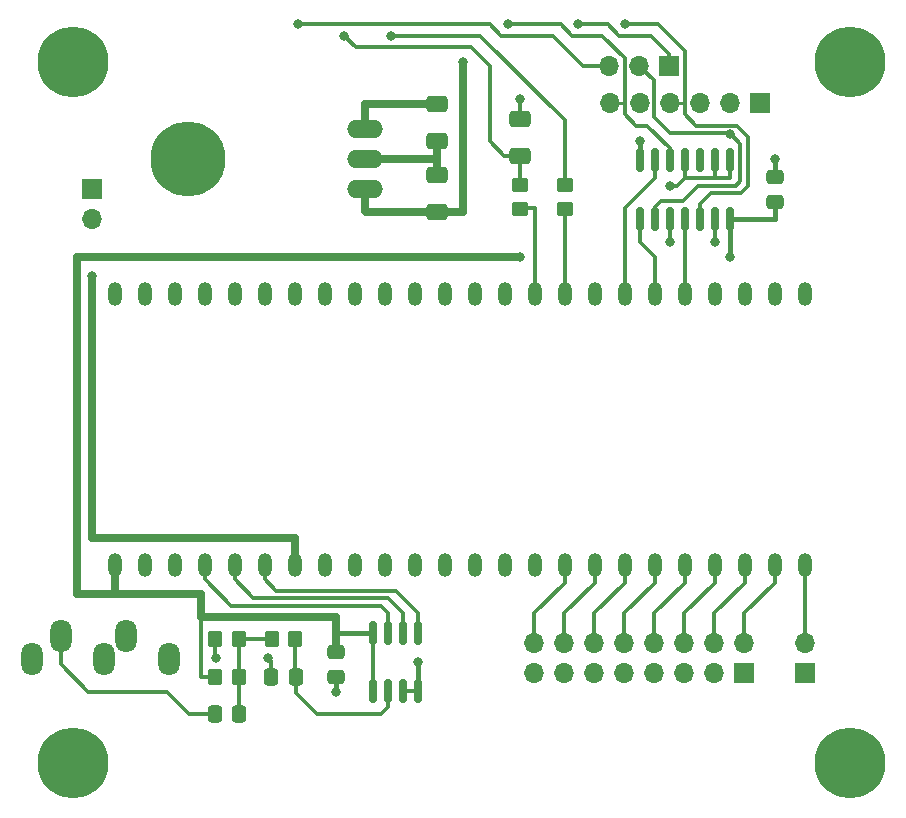
<source format=gbr>
%TF.GenerationSoftware,KiCad,Pcbnew,8.0.2*%
%TF.CreationDate,2024-08-26T06:59:03-04:00*%
%TF.ProjectId,TRS-80-M3-VID2,5452532d-3830-42d4-9d33-2d564944322e,rev?*%
%TF.SameCoordinates,Original*%
%TF.FileFunction,Copper,L1,Top*%
%TF.FilePolarity,Positive*%
%FSLAX46Y46*%
G04 Gerber Fmt 4.6, Leading zero omitted, Abs format (unit mm)*
G04 Created by KiCad (PCBNEW 8.0.2) date 2024-08-26 06:59:03*
%MOMM*%
%LPD*%
G01*
G04 APERTURE LIST*
G04 Aperture macros list*
%AMRoundRect*
0 Rectangle with rounded corners*
0 $1 Rounding radius*
0 $2 $3 $4 $5 $6 $7 $8 $9 X,Y pos of 4 corners*
0 Add a 4 corners polygon primitive as box body*
4,1,4,$2,$3,$4,$5,$6,$7,$8,$9,$2,$3,0*
0 Add four circle primitives for the rounded corners*
1,1,$1+$1,$2,$3*
1,1,$1+$1,$4,$5*
1,1,$1+$1,$6,$7*
1,1,$1+$1,$8,$9*
0 Add four rect primitives between the rounded corners*
20,1,$1+$1,$2,$3,$4,$5,0*
20,1,$1+$1,$4,$5,$6,$7,0*
20,1,$1+$1,$6,$7,$8,$9,0*
20,1,$1+$1,$8,$9,$2,$3,0*%
G04 Aperture macros list end*
%TA.AperFunction,SMDPad,CuDef*%
%ADD10RoundRect,0.250000X-0.650000X0.412500X-0.650000X-0.412500X0.650000X-0.412500X0.650000X0.412500X0*%
%TD*%
%TA.AperFunction,SMDPad,CuDef*%
%ADD11RoundRect,0.250000X-0.350000X-0.450000X0.350000X-0.450000X0.350000X0.450000X-0.350000X0.450000X0*%
%TD*%
%TA.AperFunction,SMDPad,CuDef*%
%ADD12RoundRect,0.150000X-0.150000X0.825000X-0.150000X-0.825000X0.150000X-0.825000X0.150000X0.825000X0*%
%TD*%
%TA.AperFunction,SMDPad,CuDef*%
%ADD13RoundRect,0.250000X0.650000X-0.412500X0.650000X0.412500X-0.650000X0.412500X-0.650000X-0.412500X0*%
%TD*%
%TA.AperFunction,SMDPad,CuDef*%
%ADD14RoundRect,0.250000X0.350000X0.450000X-0.350000X0.450000X-0.350000X-0.450000X0.350000X-0.450000X0*%
%TD*%
%TA.AperFunction,ComponentPad*%
%ADD15C,0.800000*%
%TD*%
%TA.AperFunction,ComponentPad*%
%ADD16C,6.000000*%
%TD*%
%TA.AperFunction,SMDPad,CuDef*%
%ADD17RoundRect,0.250000X-0.475000X0.337500X-0.475000X-0.337500X0.475000X-0.337500X0.475000X0.337500X0*%
%TD*%
%TA.AperFunction,SMDPad,CuDef*%
%ADD18RoundRect,0.250000X0.337500X0.475000X-0.337500X0.475000X-0.337500X-0.475000X0.337500X-0.475000X0*%
%TD*%
%TA.AperFunction,SMDPad,CuDef*%
%ADD19RoundRect,0.250000X0.450000X-0.350000X0.450000X0.350000X-0.450000X0.350000X-0.450000X-0.350000X0*%
%TD*%
%TA.AperFunction,ComponentPad*%
%ADD20O,1.800000X2.800000*%
%TD*%
%TA.AperFunction,SMDPad,CuDef*%
%ADD21RoundRect,0.150000X0.150000X-0.825000X0.150000X0.825000X-0.150000X0.825000X-0.150000X-0.825000X0*%
%TD*%
%TA.AperFunction,ComponentPad*%
%ADD22R,1.700000X1.700000*%
%TD*%
%TA.AperFunction,ComponentPad*%
%ADD23O,1.700000X1.700000*%
%TD*%
%TA.AperFunction,ComponentPad*%
%ADD24C,6.350000*%
%TD*%
%TA.AperFunction,ComponentPad*%
%ADD25O,3.048000X1.524000*%
%TD*%
%TA.AperFunction,SMDPad,CuDef*%
%ADD26RoundRect,0.250000X0.475000X-0.337500X0.475000X0.337500X-0.475000X0.337500X-0.475000X-0.337500X0*%
%TD*%
%TA.AperFunction,ComponentPad*%
%ADD27O,1.200000X2.000000*%
%TD*%
%TA.AperFunction,ViaPad*%
%ADD28C,0.800000*%
%TD*%
%TA.AperFunction,Conductor*%
%ADD29C,0.635000*%
%TD*%
%TA.AperFunction,Conductor*%
%ADD30C,0.304800*%
%TD*%
%TA.AperFunction,Conductor*%
%ADD31C,0.381000*%
%TD*%
%TA.AperFunction,Conductor*%
%ADD32C,0.250000*%
%TD*%
G04 APERTURE END LIST*
D10*
%TO.P,C3,1*%
%TO.N,+5V*%
X130810000Y-52755000D03*
%TO.P,C3,2*%
%TO.N,GND*%
X130810000Y-55880000D03*
%TD*%
D11*
%TO.P,R8,1*%
%TO.N,+3V3*%
X112030000Y-101282500D03*
%TO.P,R8,2*%
%TO.N,Net-(C5-Pad1)*%
X114030000Y-101282500D03*
%TD*%
D12*
%TO.P,U2,1*%
%TO.N,GND*%
X155575000Y-57565000D03*
%TO.P,U2,2*%
X154305000Y-57565000D03*
%TO.P,U2,3*%
%TO.N,unconnected-(U2-Pad3)*%
X153035000Y-57565000D03*
%TO.P,U2,4*%
%TO.N,GND*%
X151765000Y-57565000D03*
%TO.P,U2,5*%
%TO.N,HSYNC*%
X150495000Y-57565000D03*
%TO.P,U2,6*%
%TO.N,HSYNCX*%
X149225000Y-57565000D03*
%TO.P,U2,7,GND*%
%TO.N,GND*%
X147955000Y-57565000D03*
%TO.P,U2,8*%
%TO.N,VIDEOX*%
X147955000Y-62515000D03*
%TO.P,U2,9*%
%TO.N,Net-(J6-Pin_2)*%
X149225000Y-62515000D03*
%TO.P,U2,10*%
%TO.N,GND*%
X150495000Y-62515000D03*
%TO.P,U2,11*%
%TO.N,VSYNCX*%
X151765000Y-62515000D03*
%TO.P,U2,12*%
%TO.N,VSYNC*%
X153035000Y-62515000D03*
%TO.P,U2,13*%
%TO.N,GND*%
X154305000Y-62515000D03*
%TO.P,U2,14,VCC*%
%TO.N,+3V3*%
X155575000Y-62515000D03*
%TD*%
D13*
%TO.P,C4,1*%
%TO.N,WIPER*%
X137795000Y-57157500D03*
%TO.P,C4,2*%
%TO.N,GND*%
X137795000Y-54032500D03*
%TD*%
D14*
%TO.P,R9,1*%
%TO.N,Net-(C5-Pad1)*%
X114030000Y-98107500D03*
%TO.P,R9,2*%
%TO.N,GND*%
X112030000Y-98107500D03*
%TD*%
D15*
%TO.P,H3,1*%
%TO.N,N/C*%
X163485000Y-108585000D03*
X164144010Y-106994010D03*
X164144010Y-110175990D03*
X165735000Y-106335000D03*
D16*
X165735000Y-108585000D03*
D15*
X165735000Y-110835000D03*
X167325990Y-106994010D03*
X167325990Y-110175990D03*
X167985000Y-108585000D03*
%TD*%
D17*
%TO.P,C2,1*%
%TO.N,GND*%
X159385000Y-58970000D03*
%TO.P,C2,2*%
%TO.N,+3V3*%
X159385000Y-61045000D03*
%TD*%
D18*
%TO.P,C5,1*%
%TO.N,Net-(C5-Pad1)*%
X114067500Y-104457500D03*
%TO.P,C5,2*%
%TO.N,Net-(C5-Pad2)*%
X111992500Y-104457500D03*
%TD*%
D19*
%TO.P,R7,1*%
%TO.N,Net-(R7-Pad1)*%
X137795000Y-61675000D03*
%TO.P,R7,2*%
%TO.N,WIPER*%
X137795000Y-59675000D03*
%TD*%
D20*
%TO.P,J8,R*%
%TO.N,unconnected-(J8-PadR)*%
X104430000Y-97795000D03*
%TO.P,J8,RN*%
%TO.N,N/C*%
X102630000Y-99795000D03*
%TO.P,J8,S*%
%TO.N,GND*%
X96530000Y-99795000D03*
%TO.P,J8,T*%
%TO.N,Net-(C5-Pad2)*%
X98930000Y-97795000D03*
%TO.P,J8,TN*%
%TO.N,N/C*%
X108130000Y-99795000D03*
%TD*%
D14*
%TO.P,R10,1*%
%TO.N,Net-(U4-IN+)*%
X118792500Y-98107500D03*
%TO.P,R10,2*%
%TO.N,Net-(C5-Pad1)*%
X116792500Y-98107500D03*
%TD*%
D21*
%TO.P,U4,1,Vref*%
%TO.N,+3V3*%
X125412500Y-102487500D03*
%TO.P,U4,2,IN+*%
%TO.N,Net-(U4-IN+)*%
X126682500Y-102487500D03*
%TO.P,U4,3,IN-*%
%TO.N,GND*%
X127952500Y-102487500D03*
%TO.P,U4,4,Vss*%
X129222500Y-102487500D03*
%TO.P,U4,5,~{CS}/SHDN*%
%TO.N,ADC_CS*%
X129222500Y-97537500D03*
%TO.P,U4,6,Dout*%
%TO.N,ADC_DTA*%
X127952500Y-97537500D03*
%TO.P,U4,7,CLK*%
%TO.N,ADC_CLK*%
X126682500Y-97537500D03*
%TO.P,U4,8,Vdd*%
%TO.N,+3V3*%
X125412500Y-97537500D03*
%TD*%
D22*
%TO.P,J3,1,Pin_1*%
%TO.N,GND*%
X161925000Y-100950010D03*
D23*
%TO.P,J3,2,Pin_2*%
%TO.N,Net-(J3-Pin_2)*%
X161925000Y-98410010D03*
%TD*%
D22*
%TO.P,J4,1,Pin_1*%
%TO.N,GND*%
X156830000Y-100965010D03*
D23*
%TO.P,J4,2,Pin_2*%
%TO.N,Net-(J4-Pin_2)*%
X156830000Y-98425010D03*
%TO.P,J4,3,Pin_3*%
%TO.N,GND*%
X154290000Y-100965010D03*
%TO.P,J4,4,Pin_4*%
%TO.N,Net-(J4-Pin_4)*%
X154290000Y-98425010D03*
%TO.P,J4,5,Pin_5*%
%TO.N,GND*%
X151750000Y-100965010D03*
%TO.P,J4,6,Pin_6*%
%TO.N,Net-(J4-Pin_6)*%
X151750000Y-98425010D03*
%TO.P,J4,7,Pin_7*%
%TO.N,GND*%
X149210000Y-100965010D03*
%TO.P,J4,8,Pin_8*%
%TO.N,Net-(J4-Pin_8)*%
X149210000Y-98425010D03*
%TO.P,J4,9,Pin_9*%
%TO.N,GND*%
X146670000Y-100965010D03*
%TO.P,J4,10,Pin_10*%
%TO.N,Net-(J4-Pin_10)*%
X146670000Y-98425010D03*
%TO.P,J4,11,Pin_11*%
%TO.N,GND*%
X144130000Y-100965010D03*
%TO.P,J4,12,Pin_12*%
%TO.N,Net-(J4-Pin_12)*%
X144130000Y-98425010D03*
%TO.P,J4,13,Pin_13*%
%TO.N,GND*%
X141590000Y-100965010D03*
%TO.P,J4,14,Pin_14*%
%TO.N,Net-(J4-Pin_14)*%
X141590000Y-98425010D03*
%TO.P,J4,15,Pin_15*%
%TO.N,GND*%
X139050000Y-100965010D03*
%TO.P,J4,16,Pin_16*%
%TO.N,Net-(J4-Pin_16)*%
X139050000Y-98425010D03*
%TD*%
D18*
%TO.P,C6,1*%
%TO.N,Net-(U4-IN+)*%
X118830000Y-101282500D03*
%TO.P,C6,2*%
%TO.N,GND*%
X116755000Y-101282500D03*
%TD*%
D15*
%TO.P,H1,1*%
%TO.N,N/C*%
X97765990Y-49215990D03*
X98425000Y-47625000D03*
X98425000Y-50806980D03*
X100015990Y-46965990D03*
D16*
X100015990Y-49215990D03*
D15*
X100015990Y-51465990D03*
X101606980Y-47625000D03*
X101606980Y-50806980D03*
X102265990Y-49215990D03*
%TD*%
D13*
%TO.P,C1,1*%
%TO.N,+12V*%
X130810000Y-61887500D03*
%TO.P,C1,2*%
%TO.N,GND*%
X130810000Y-58762500D03*
%TD*%
D22*
%TO.P,J7,1,Pin_1*%
%TO.N,VIDEO*%
X150480000Y-49530000D03*
D23*
%TO.P,J7,2,Pin_2*%
%TO.N,Net-(J6-Pin_2)*%
X147940000Y-49530000D03*
%TO.P,J7,3,Pin_3*%
%TO.N,VIDEO2*%
X145400000Y-49530000D03*
%TD*%
D19*
%TO.P,R6,1*%
%TO.N,Net-(R6-Pad1)*%
X141605000Y-61675000D03*
%TO.P,R6,2*%
%TO.N,POT*%
X141605000Y-59675000D03*
%TD*%
D15*
%TO.P,H2,1*%
%TO.N,N/C*%
X163485000Y-49212500D03*
X164144010Y-47621510D03*
X164144010Y-50803490D03*
X165735000Y-46962500D03*
D16*
X165735000Y-49212500D03*
D15*
X165735000Y-51462500D03*
X167325990Y-47621510D03*
X167325990Y-50803490D03*
X167985000Y-49212500D03*
%TD*%
D24*
%TO.P,U3,*%
%TO.N,*%
X109728000Y-57467500D03*
D25*
%TO.P,U3,GND*%
%TO.N,GND*%
X124714000Y-57467500D03*
%TO.P,U3,IN*%
%TO.N,+12V*%
X124714000Y-60007500D03*
%TO.P,U3,OUT*%
%TO.N,+5V*%
X124714000Y-54927500D03*
%TD*%
D15*
%TO.P,H4,1*%
%TO.N,N/C*%
X97762500Y-108585000D03*
X98421510Y-106994010D03*
X98421510Y-110175990D03*
X100012500Y-106335000D03*
D16*
X100012500Y-108585000D03*
D15*
X100012500Y-110835000D03*
X101603490Y-106994010D03*
X101603490Y-110175990D03*
X102262500Y-108585000D03*
%TD*%
D22*
%TO.P,J6,1,Pin_1*%
%TO.N,GND*%
X158115000Y-52705000D03*
D23*
%TO.P,J6,2,Pin_2*%
%TO.N,Net-(J6-Pin_2)*%
X155575000Y-52705000D03*
%TO.P,J6,3,Pin_3*%
%TO.N,GND*%
X153035000Y-52705000D03*
%TO.P,J6,4,Pin_4*%
%TO.N,VSYNC*%
X150495000Y-52705000D03*
%TO.P,J6,5,Pin_5*%
%TO.N,GND*%
X147955000Y-52705000D03*
%TO.P,J6,6,Pin_6*%
%TO.N,HSYNC*%
X145415000Y-52705000D03*
%TD*%
D26*
%TO.P,C7,1*%
%TO.N,GND*%
X122237500Y-101282500D03*
%TO.P,C7,2*%
%TO.N,+3V3*%
X122237500Y-99207500D03*
%TD*%
D22*
%TO.P,J5,1,Pin_1*%
%TO.N,+5V*%
X101600000Y-60002500D03*
D23*
%TO.P,J5,2,Pin_2*%
%TO.N,Net-(J5-Pin_2)*%
X101600000Y-62542500D03*
%TD*%
D27*
%TO.P,U1,1,Pad_38*%
%TO.N,unconnected-(U1-Pad_38-Pad1)*%
X161925000Y-68877500D03*
%TO.P,U1,2,Pad_37*%
%TO.N,unconnected-(U1-Pad_37-Pad2)*%
X159385000Y-68877500D03*
%TO.P,U1,3,Pad_36*%
%TO.N,unconnected-(U1-Pad_36-Pad3)*%
X156845000Y-68877500D03*
%TO.P,U1,4,Pad_39*%
%TO.N,unconnected-(U1-Pad_39-Pad4)*%
X154305000Y-68877500D03*
%TO.P,U1,5,Pad_25*%
%TO.N,VSYNCX*%
X151765000Y-68877500D03*
%TO.P,U1,6,Pad_26*%
%TO.N,VIDEOX*%
X149225000Y-68877500D03*
%TO.P,U1,7,Pad_27*%
%TO.N,HSYNCX*%
X146685000Y-68877500D03*
%TO.P,U1,8,Pad_28*%
%TO.N,unconnected-(U1-Pad_28-Pad8)*%
X144145000Y-68877500D03*
%TO.P,U1,9,Pad_29*%
%TO.N,Net-(R6-Pad1)*%
X141605000Y-68877500D03*
%TO.P,U1,10,Pad_30*%
%TO.N,Net-(R7-Pad1)*%
X139065000Y-68877500D03*
%TO.P,U1,11,Pad_33*%
%TO.N,unconnected-(U1-Pad_33-Pad11)*%
X136525000Y-68877500D03*
%TO.P,U1,12,Pad_34*%
%TO.N,unconnected-(U1-Pad_34-Pad12)*%
X133985000Y-68877500D03*
%TO.P,U1,13,Pad_40*%
%TO.N,unconnected-(U1-Pad_40-Pad13)*%
X131445000Y-68877500D03*
%TO.P,U1,14,Pad_35*%
%TO.N,unconnected-(U1-Pad_35-Pad14)*%
X128905000Y-68877500D03*
%TO.P,U1,15,Pad_41*%
%TO.N,unconnected-(U1-Pad_41-Pad15)*%
X126365000Y-68877500D03*
%TO.P,U1,16,Pad_42*%
%TO.N,unconnected-(U1-Pad_42-Pad16)*%
X123825000Y-68877500D03*
%TO.P,U1,17,Pad_51*%
%TO.N,unconnected-(U1-Pad_51-Pad17)*%
X121285000Y-68877500D03*
%TO.P,U1,18,Pad_53*%
%TO.N,unconnected-(U1-Pad_53-Pad18)*%
X118745000Y-68877500D03*
%TO.P,U1,19,Pad_54*%
%TO.N,unconnected-(U1-Pad_54-Pad19)*%
X116205000Y-68877500D03*
%TO.P,U1,20,Pad_55*%
%TO.N,unconnected-(U1-Pad_55-Pad20)*%
X113665000Y-68877500D03*
%TO.P,U1,21,Pad_56*%
%TO.N,unconnected-(U1-Pad_56-Pad21)*%
X111125000Y-68877500D03*
%TO.P,U1,22,Pad_57*%
%TO.N,VGA_VSYNC*%
X108585000Y-68877500D03*
%TO.P,U1,23,Pad_68*%
%TO.N,unconnected-(U1-Pad_68-Pad23)*%
X106045000Y-68877500D03*
%TO.P,U1,24,Pad_69*%
%TO.N,unconnected-(U1-Pad_69-Pad24)*%
X103505000Y-68877500D03*
%TO.P,U1,25,3V3*%
%TO.N,+3V3*%
X103505000Y-91777500D03*
%TO.P,U1,26,GND*%
%TO.N,GND*%
X106045000Y-91777500D03*
%TO.P,U1,27,Pad_32*%
%TO.N,VGA_HSYNC*%
X108585000Y-91777500D03*
%TO.P,U1,28,Pad_31*%
%TO.N,ADC_CLK*%
X111125000Y-91777500D03*
%TO.P,U1,29,Pad_49*%
%TO.N,ADC_DTA*%
X113665000Y-91777500D03*
%TO.P,U1,30,Pad_48*%
%TO.N,ADC_CS*%
X116205000Y-91777500D03*
%TO.P,U1,31,5V*%
%TO.N,Net-(J5-Pin_2)*%
X118745000Y-91777500D03*
%TO.P,U1,32,Pad_70*%
%TO.N,unconnected-(U1-Pad_70-Pad32)*%
X121285000Y-91777500D03*
%TO.P,U1,33,Pad_71*%
%TO.N,unconnected-(U1-Pad_71-Pad33)*%
X123825000Y-91777500D03*
%TO.P,U1,34,Pad_72*%
%TO.N,unconnected-(U1-Pad_72-Pad34)*%
X126365000Y-91777500D03*
%TO.P,U1,35,Pad_73*%
%TO.N,unconnected-(U1-Pad_73-Pad35)*%
X128905000Y-91777500D03*
%TO.P,U1,36,Pad_74*%
%TO.N,unconnected-(U1-Pad_74-Pad36)*%
X131445000Y-91777500D03*
%TO.P,U1,37,Pad_75*%
%TO.N,unconnected-(U1-Pad_75-Pad37)*%
X133985000Y-91777500D03*
%TO.P,U1,38,Pad_76*%
%TO.N,unconnected-(U1-Pad_76-Pad38)*%
X136525000Y-91777500D03*
%TO.P,U1,39,Pad_77*%
%TO.N,unconnected-(U1-Pad_77-Pad39)*%
X139065000Y-91777500D03*
%TO.P,U1,40,Pad_79*%
%TO.N,Net-(J4-Pin_16)*%
X141605000Y-91777500D03*
%TO.P,U1,41,Pad_80*%
%TO.N,Net-(J4-Pin_14)*%
X144145000Y-91777500D03*
%TO.P,U1,42,Pad_81*%
%TO.N,Net-(J4-Pin_12)*%
X146685000Y-91777500D03*
%TO.P,U1,43,Pad_82*%
%TO.N,Net-(J4-Pin_10)*%
X149225000Y-91777500D03*
%TO.P,U1,44,Pad_83*%
%TO.N,Net-(J4-Pin_8)*%
X151765000Y-91777500D03*
%TO.P,U1,45,Pad_84*%
%TO.N,Net-(J4-Pin_6)*%
X154305000Y-91777500D03*
%TO.P,U1,46,Pad_85*%
%TO.N,Net-(J4-Pin_4)*%
X156845000Y-91777500D03*
%TO.P,U1,47,Pad_86*%
%TO.N,Net-(J4-Pin_2)*%
X159385000Y-91777500D03*
%TO.P,U1,48,Pad_63*%
%TO.N,Net-(J3-Pin_2)*%
X161925000Y-91777500D03*
%TD*%
D28*
%TO.N,GND*%
X112077500Y-99695000D03*
X147955000Y-55880000D03*
X150495000Y-64452500D03*
X122237500Y-102552500D03*
X154305000Y-64452500D03*
X129222500Y-100012500D03*
X150495000Y-59690000D03*
X159385000Y-57467500D03*
X137795000Y-52387500D03*
X116522500Y-99695000D03*
%TO.N,+3V3*%
X155575000Y-65755000D03*
X137795000Y-65722500D03*
%TO.N,Net-(J5-Pin_2)*%
X101600000Y-67310000D03*
%TO.N,VIDEO2*%
X119005350Y-45980350D03*
%TO.N,Net-(J6-Pin_2)*%
X155575000Y-55362400D03*
%TO.N,VSYNC*%
X146742150Y-46037500D03*
%TO.N,VIDEO*%
X142779750Y-46037500D03*
%TO.N,HSYNC*%
X136842500Y-46037500D03*
%TO.N,+12V*%
X133032500Y-49212500D03*
%TO.N,WIPER*%
X122967750Y-46990000D03*
%TO.N,POT*%
X126930150Y-46990000D03*
%TD*%
D29*
%TO.N,+5V*%
X124714000Y-54927500D02*
X124714000Y-52755013D01*
X124714000Y-52755013D02*
X130810000Y-52755013D01*
D30*
%TO.N,GND*%
X151765000Y-59055000D02*
X151130000Y-59690000D01*
D29*
X130810000Y-55880000D02*
X130810000Y-57467500D01*
D30*
X154305000Y-59055000D02*
X151765000Y-59055000D01*
D31*
X147955000Y-57565000D02*
X147955000Y-55880000D01*
D30*
X129222500Y-102487500D02*
X127952500Y-102487500D01*
X151765000Y-59055000D02*
X151765000Y-57565000D01*
X112030000Y-99647500D02*
X112077500Y-99695000D01*
X116755000Y-99927500D02*
X116522500Y-99695000D01*
D29*
X124714000Y-57467500D02*
X130810000Y-57467500D01*
D30*
X151130000Y-59690000D02*
X150495000Y-59690000D01*
D31*
X159385000Y-58970000D02*
X159385000Y-57467500D01*
D30*
X154305000Y-57565000D02*
X154305000Y-59055000D01*
X155575000Y-59055000D02*
X154305000Y-59055000D01*
X116755000Y-101282500D02*
X116755000Y-99927500D01*
X154305000Y-62515000D02*
X154305000Y-64452500D01*
D29*
X130810000Y-57467500D02*
X130810000Y-58762494D01*
D30*
X112030000Y-98107500D02*
X112030000Y-99647500D01*
D31*
X122237500Y-101282500D02*
X122237500Y-102552500D01*
D30*
X137795000Y-54032500D02*
X137795000Y-52387500D01*
X150495000Y-62515000D02*
X150495000Y-64452500D01*
D31*
X129222500Y-102487500D02*
X129222500Y-100012500D01*
D30*
X155575000Y-57565000D02*
X155575000Y-59055000D01*
D31*
%TO.N,+3V3*%
X159352500Y-62515000D02*
X159385000Y-62482500D01*
X159385000Y-62482500D02*
X159385000Y-61045000D01*
D29*
X103505000Y-94297500D02*
X110807500Y-94297500D01*
D31*
X155575000Y-62515000D02*
X155575000Y-65755000D01*
D29*
X122237500Y-96202500D02*
X122237500Y-97472500D01*
X100330000Y-65722500D02*
X137795000Y-65722500D01*
X100330000Y-94297500D02*
X103505000Y-94297500D01*
X110807500Y-94297500D02*
X110807500Y-96202500D01*
X110807500Y-96202500D02*
X122237500Y-96202500D01*
X103505000Y-91777500D02*
X103505000Y-94297500D01*
D30*
X110807500Y-101282500D02*
X110807500Y-96202500D01*
D29*
X100330000Y-65722500D02*
X100330000Y-94297500D01*
D31*
X155575000Y-62515000D02*
X159352500Y-62515000D01*
X125412500Y-97537500D02*
X122302500Y-97537500D01*
D30*
X125412500Y-102487500D02*
X125412500Y-97537500D01*
X122302500Y-97537500D02*
X122237500Y-97472500D01*
X112030000Y-101282500D02*
X110807500Y-101282500D01*
D29*
X122237500Y-97472500D02*
X122237500Y-99207500D01*
D30*
%TO.N,Net-(C5-Pad1)*%
X114067500Y-104457500D02*
X114067500Y-101320000D01*
X114030000Y-101282500D02*
X114030000Y-98107500D01*
X114067500Y-101320000D02*
X114030000Y-101282500D01*
X114030000Y-98107500D02*
X116792500Y-98107500D01*
%TO.N,Net-(C5-Pad2)*%
X98930000Y-100200000D02*
X101282500Y-102552500D01*
X101282500Y-102552500D02*
X107907500Y-102552500D01*
X107907500Y-102552500D02*
X109812500Y-104457500D01*
X109812500Y-104457500D02*
X111992500Y-104457500D01*
X98930000Y-97795000D02*
X98930000Y-100200000D01*
%TO.N,Net-(U4-IN+)*%
X126682500Y-103822500D02*
X126682500Y-102487500D01*
X118792500Y-98107500D02*
X118792500Y-101245000D01*
X118792500Y-101245000D02*
X118830000Y-101282500D01*
X118830000Y-102637500D02*
X120650000Y-104457500D01*
X126047500Y-104457500D02*
X126682500Y-103822500D01*
X118830000Y-101282500D02*
X118830000Y-102637500D01*
X120650000Y-104457500D02*
X126047500Y-104457500D01*
%TO.N,Net-(J3-Pin_2)*%
X161925000Y-91777490D02*
X161925000Y-98410010D01*
%TO.N,Net-(J4-Pin_16)*%
X141605000Y-91777490D02*
X141605000Y-93345000D01*
X139049989Y-95880021D02*
X139049989Y-98425000D01*
X141605000Y-93345000D02*
X139049989Y-95900011D01*
%TO.N,Net-(J4-Pin_12)*%
X146685000Y-91777490D02*
X146685000Y-93345000D01*
X144129989Y-95880021D02*
X144129989Y-98425000D01*
X146685000Y-93345000D02*
X144129989Y-95900011D01*
%TO.N,Net-(J4-Pin_4)*%
X156845000Y-93345000D02*
X154289989Y-95900011D01*
X154289989Y-95880021D02*
X154289989Y-98425000D01*
X156845000Y-91777490D02*
X156845000Y-93345000D01*
%TO.N,Net-(J4-Pin_14)*%
X144145000Y-91777490D02*
X144145000Y-93345000D01*
X144145000Y-93345000D02*
X141589989Y-95900011D01*
X141589989Y-95880021D02*
X141589989Y-98425000D01*
%TO.N,Net-(J4-Pin_2)*%
X159385000Y-93345000D02*
X156829989Y-95900011D01*
X156829989Y-95880021D02*
X156829989Y-98425000D01*
X159385000Y-91777490D02*
X159385000Y-93345000D01*
%TO.N,Net-(J4-Pin_10)*%
X149225000Y-93345000D02*
X146669989Y-95900011D01*
X146669989Y-95880021D02*
X146669989Y-98425000D01*
X149225000Y-91777490D02*
X149225000Y-93345000D01*
%TO.N,Net-(J4-Pin_8)*%
X149209989Y-95880021D02*
X149209989Y-98425000D01*
X151765000Y-91777490D02*
X151765000Y-93345000D01*
X151765000Y-93345000D02*
X149209989Y-95900011D01*
%TO.N,Net-(J4-Pin_6)*%
X154305000Y-93345000D02*
X151749989Y-95900011D01*
X154305000Y-91777490D02*
X154305000Y-93345000D01*
X151749989Y-95880021D02*
X151749989Y-98425000D01*
D29*
%TO.N,Net-(J5-Pin_2)*%
X101600000Y-67310000D02*
X101600000Y-89535000D01*
X118745000Y-89535000D02*
X118745000Y-91777490D01*
X101600000Y-89535000D02*
X118745000Y-89535000D01*
D30*
%TO.N,VIDEO2*%
X136207500Y-46990000D02*
X140652500Y-46990000D01*
X135255000Y-46037500D02*
X136207500Y-46990000D01*
X143192500Y-49530000D02*
X145400000Y-49530000D01*
X119005350Y-45980350D02*
X135255000Y-45980350D01*
X140652500Y-46990000D02*
X143192500Y-49530000D01*
%TO.N,Net-(J6-Pin_2)*%
X155575000Y-55362400D02*
X155692400Y-55362400D01*
X156488052Y-59333052D02*
X156131104Y-59690000D01*
X149157400Y-53907400D02*
X149157400Y-50747400D01*
X150495000Y-55245000D02*
X149157400Y-53907400D01*
X156131104Y-59690000D02*
X152895974Y-59690000D01*
X149805001Y-60960000D02*
X149225000Y-61540001D01*
X149157400Y-50747400D02*
X147940000Y-49530000D01*
X156488052Y-56158052D02*
X156488052Y-59333052D01*
X155575000Y-55362400D02*
X155457600Y-55245000D01*
X155692400Y-55362400D02*
X156488052Y-56158052D01*
X155457600Y-55245000D02*
X150495000Y-55245000D01*
X149225000Y-61540001D02*
X149225000Y-62515000D01*
X151625974Y-60960000D02*
X149805001Y-60960000D01*
X152895974Y-59690000D02*
X151625974Y-60960000D01*
%TO.N,ADC_CLK*%
X113347500Y-95250000D02*
X126047500Y-95250000D01*
X111125000Y-91777500D02*
X111125000Y-93027500D01*
X126047500Y-95250000D02*
X126682500Y-95885000D01*
X111125000Y-93027500D02*
X113347500Y-95250000D01*
X126682500Y-95885000D02*
X126682500Y-97537500D01*
%TO.N,VSYNC*%
X157162500Y-59690000D02*
X156527500Y-60325000D01*
X151765000Y-52705000D02*
X151765000Y-53657500D01*
D32*
X150495000Y-52705000D02*
X151765000Y-52705000D01*
D30*
X151765000Y-48260000D02*
X151765000Y-52705000D01*
X153035000Y-61277500D02*
X153035000Y-62515000D01*
X153987500Y-60325000D02*
X153035000Y-61277500D01*
X156210000Y-54610000D02*
X157162500Y-55562500D01*
X151765000Y-53657500D02*
X152717500Y-54610000D01*
X152717500Y-54610000D02*
X156210000Y-54610000D01*
X146742150Y-46037500D02*
X149542500Y-46037500D01*
X156527500Y-60325000D02*
X153987500Y-60325000D01*
X149542500Y-46037500D02*
X151765000Y-48260000D01*
X157162500Y-55562500D02*
X157162500Y-59690000D01*
%TO.N,VIDEO*%
X145242821Y-46037500D02*
X146195321Y-46990000D01*
X148907500Y-46990000D02*
X150480000Y-48562500D01*
X142779750Y-46037500D02*
X145242821Y-46037500D01*
X150480000Y-48562500D02*
X150480000Y-49530000D01*
X146195321Y-46990000D02*
X148907500Y-46990000D01*
%TO.N,HSYNC*%
X141287500Y-46037500D02*
X142240000Y-46990000D01*
X146685000Y-53657500D02*
X147637500Y-54610000D01*
X150495000Y-56515000D02*
X150495000Y-57565000D01*
X146685000Y-48895000D02*
X146685000Y-52705000D01*
D32*
X145415000Y-52705000D02*
X146685000Y-52705000D01*
D30*
X144780000Y-46990000D02*
X146685000Y-48895000D01*
X148590000Y-54610000D02*
X150495000Y-56515000D01*
X147637500Y-54610000D02*
X148590000Y-54610000D01*
X142240000Y-46990000D02*
X144780000Y-46990000D01*
X146685000Y-52705000D02*
X146685000Y-53657500D01*
X136842500Y-46037500D02*
X141287500Y-46037500D01*
%TO.N,HSYNCX*%
X149225000Y-57565000D02*
X149225000Y-59055000D01*
X146685000Y-61595000D02*
X146685000Y-68877500D01*
X149225000Y-59055000D02*
X146685000Y-61595000D01*
%TO.N,VIDEOX*%
X147955000Y-62515000D02*
X147955000Y-64452500D01*
X147955000Y-64452500D02*
X149225000Y-65722500D01*
X149225000Y-65722500D02*
X149225000Y-68877500D01*
%TO.N,VSYNCX*%
X151765000Y-62515000D02*
X151765000Y-68877500D01*
%TO.N,ADC_DTA*%
X115252500Y-94615000D02*
X126682500Y-94615000D01*
X113665000Y-93027500D02*
X115252500Y-94615000D01*
X127952500Y-95885000D02*
X127952500Y-97537500D01*
X126682500Y-94615000D02*
X127952500Y-95885000D01*
X113665000Y-91777500D02*
X113665000Y-93027500D01*
D29*
%TO.N,+12V*%
X124777500Y-61912500D02*
X130785006Y-61912500D01*
X124714000Y-61849000D02*
X124777500Y-61912500D01*
X133032500Y-61887506D02*
X130810000Y-61887506D01*
X124714000Y-60007500D02*
X124714000Y-61849000D01*
X133032500Y-49212500D02*
X133032500Y-61912500D01*
D30*
%TO.N,ADC_CS*%
X116205000Y-93027500D02*
X117157500Y-93980000D01*
X116205000Y-91777500D02*
X116205000Y-93027500D01*
X129222500Y-95885000D02*
X129222500Y-97537500D01*
X117157500Y-93980000D02*
X127317500Y-93980000D01*
X127317500Y-93980000D02*
X129222500Y-95885000D01*
%TO.N,WIPER*%
X137795000Y-57157500D02*
X136500000Y-57157500D01*
X123920250Y-47942500D02*
X122967750Y-46990000D01*
X133667500Y-47942500D02*
X123920250Y-47942500D01*
X135255000Y-55912500D02*
X135255000Y-49530000D01*
X136500000Y-57157500D02*
X135255000Y-55912500D01*
X137795000Y-57182500D02*
X137795000Y-59675000D01*
X135255000Y-49530000D02*
X133667500Y-47942500D01*
%TO.N,POT*%
X126930150Y-46990000D02*
X134426325Y-46990000D01*
X134426325Y-46990000D02*
X141605000Y-54168675D01*
X141605000Y-54168675D02*
X141605000Y-59675000D01*
%TO.N,Net-(R7-Pad1)*%
X139065000Y-61627500D02*
X137842500Y-61627500D01*
X139065000Y-68910000D02*
X139065000Y-61627500D01*
%TO.N,Net-(R6-Pad1)*%
X141605000Y-68910000D02*
X141605000Y-61675000D01*
%TD*%
M02*

</source>
